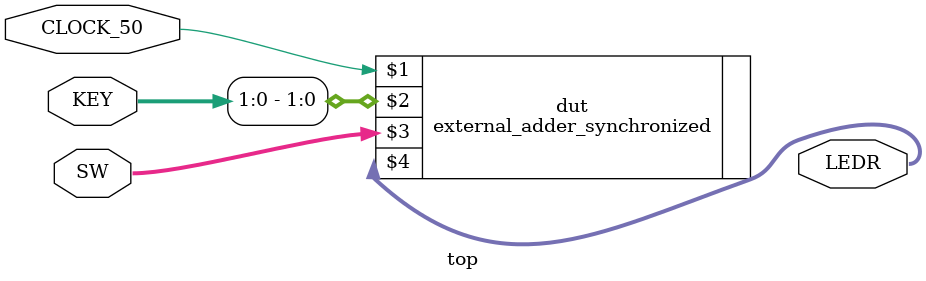
<source format=v>
module top (CLOCK_50, KEY, SW, LEDR);

    input CLOCK_50;             // DE-series 50 MHz clock signal
	 input wire [9:0] SW;        // DE-series switches
	 input wire [3:0] KEY;       // DE-series pushbuttons
	 
    output wire [9:0] LEDR;     // DE-series LEDs   

    external_adder_synchronized dut (CLOCK_50, KEY[1:0], SW[9:0], LEDR[9:0]);

endmodule

</source>
